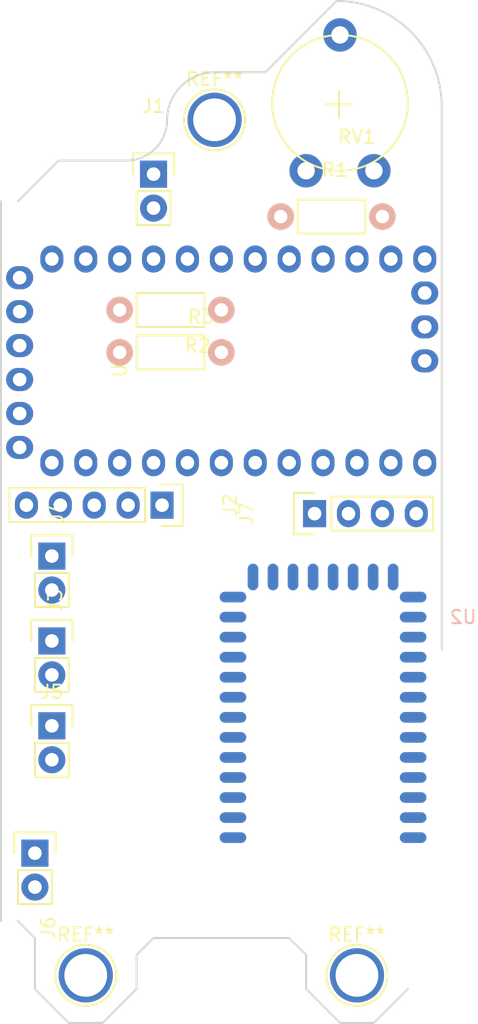
<source format=kicad_pcb>
(kicad_pcb (version 4) (host pcbnew 4.0.5)

  (general
    (links 38)
    (no_connects 38)
    (area 143.434999 82.982999 175.335001 159.587001)
    (thickness 1.6)
    (drawings 46)
    (tracks 0)
    (zones 0)
    (modules 16)
    (nets 16)
  )

  (page A4)
  (layers
    (0 F.Cu signal)
    (31 B.Cu signal)
    (32 B.Adhes user)
    (33 F.Adhes user)
    (34 B.Paste user)
    (35 F.Paste user)
    (36 B.SilkS user)
    (37 F.SilkS user)
    (38 B.Mask user)
    (39 F.Mask user)
    (40 Dwgs.User user hide)
    (41 Cmts.User user)
    (42 Eco1.User user)
    (43 Eco2.User user hide)
    (44 Edge.Cuts user)
    (45 Margin user)
    (46 B.CrtYd user)
    (47 F.CrtYd user)
    (48 B.Fab user)
    (49 F.Fab user)
  )

  (setup
    (last_trace_width 0.45)
    (trace_clearance 0.2)
    (zone_clearance 0.5)
    (zone_45_only no)
    (trace_min 0.2)
    (segment_width 0.2)
    (edge_width 0.15)
    (via_size 1.4)
    (via_drill 1)
    (via_min_size 0.4)
    (via_min_drill 0.3)
    (uvia_size 1.2)
    (uvia_drill 1)
    (uvias_allowed no)
    (uvia_min_size 0.8)
    (uvia_min_drill 0.1)
    (pcb_text_width 0.3)
    (pcb_text_size 1.5 1.5)
    (mod_edge_width 0.15)
    (mod_text_size 1 1)
    (mod_text_width 0.15)
    (pad_size 4.064 4.064)
    (pad_drill 3.2)
    (pad_to_mask_clearance 0.2)
    (aux_axis_origin 143.51 159.512)
    (grid_origin 143.51 159.512)
    (visible_elements FFFFFF7F)
    (pcbplotparams
      (layerselection 0x01000_00000000)
      (usegerberextensions false)
      (excludeedgelayer true)
      (linewidth 0.100000)
      (plotframeref false)
      (viasonmask false)
      (mode 1)
      (useauxorigin true)
      (hpglpennumber 1)
      (hpglpenspeed 20)
      (hpglpendiameter 15)
      (hpglpenoverlay 2)
      (psnegative false)
      (psa4output false)
      (plotreference false)
      (plotvalue false)
      (plotinvisibletext false)
      (padsonsilk false)
      (subtractmaskfromsilk false)
      (outputformat 3)
      (mirror false)
      (drillshape 0)
      (scaleselection 1)
      (outputdirectory ""))
  )

  (net 0 "")
  (net 1 GNDREF)
  (net 2 +3V3)
  (net 3 TX_ARD)
  (net 4 RX_ARD)
  (net 5 +BATT)
  (net 6 BATT_SENS)
  (net 7 RST_ARD)
  (net 8 TX_BT)
  (net 9 RX_BT)
  (net 10 ACCEL_POT)
  (net 11 AT_MODE)
  (net 12 G1)
  (net 13 G2)
  (net 14 G3)
  (net 15 PRESENCE_SENSOR)

  (net_class Default "Questo è il gruppo di collegamenti predefinito"
    (clearance 0.2)
    (trace_width 0.45)
    (via_dia 1.4)
    (via_drill 1)
    (uvia_dia 1.2)
    (uvia_drill 1)
    (add_net ACCEL_POT)
    (add_net AT_MODE)
    (add_net BATT_SENS)
    (add_net G1)
    (add_net G2)
    (add_net G3)
    (add_net PRESENCE_SENSOR)
    (add_net RST_ARD)
    (add_net RX_ARD)
    (add_net RX_BT)
    (add_net TX_ARD)
    (add_net TX_BT)
  )

  (net_class POWER ""
    (clearance 0.2)
    (trace_width 0.5)
    (via_dia 1.4)
    (via_drill 1)
    (uvia_dia 1.2)
    (uvia_drill 1)
    (add_net +3V3)
    (add_net +BATT)
    (add_net GNDREF)
  )

  (module foots:Potenziometro_PIHER_10mm_diametro (layer F.Cu) (tedit 58D547A3) (tstamp 58D5485E)
    (at 165.1 95.758)
    (descr "Potentiometer, Trimmer, Piher, PT15, Type V12.5, horizontal, Rev A, 02 Aug 2010,")
    (tags "Potentiometer, Trimmer, Piher, PT15, Type V12.5, horizontal, Rev A, 02 Aug 2010,")
    (path /58C7E3E4)
    (fp_text reference RV1 (at 3.81 -2.54) (layer F.SilkS)
      (effects (font (size 1 1) (thickness 0.15)))
    )
    (fp_text value POT (at 4.064 -4.064) (layer F.Fab)
      (effects (font (size 1 1) (thickness 0.15)))
    )
    (fp_circle (center 2.54 -5.08) (end 7.62 -5.08) (layer F.SilkS) (width 0.15))
    (fp_line (start 2.46126 -5.96138) (end 2.46126 -3.95986) (layer F.SilkS) (width 0.15))
    (fp_line (start 1.4605 -4.96062) (end 3.46202 -4.96062) (layer F.SilkS) (width 0.15))
    (pad 2 thru_hole circle (at 2.54 -10.16) (size 2.49936 2.49936) (drill 1.30048) (layers *.Cu *.Mask)
      (net 10 ACCEL_POT))
    (pad 3 thru_hole circle (at 5.08 0) (size 2.49936 2.49936) (drill 1.30048) (layers *.Cu *.Mask)
      (net 1 GNDREF))
    (pad 1 thru_hole circle (at 0 0) (size 2.49936 2.49936) (drill 1.30048) (layers *.Cu *.Mask)
      (net 2 +3V3))
  )

  (module foots:HC-05 (layer B.Cu) (tedit 58D781C3) (tstamp 58E790F1)
    (at 166.37 136.652)
    (descr "Class 2 Bluetooth Module with on-board antenna")
    (tags "Bluetooth Module")
    (path /58BE9179)
    (attr smd)
    (fp_text reference U2 (at 10.5 -7.5) (layer B.SilkS)
      (effects (font (size 1 1) (thickness 0.15)) (justify mirror))
    )
    (fp_text value ITEAD_HC-05 (at 3.302 0 90) (layer B.Fab)
      (effects (font (size 1 1) (thickness 0.15)) (justify mirror))
    )
    (fp_line (start -8.25 -12) (end 8.25 -12) (layer B.CrtYd) (width 0.15))
    (fp_line (start 8.25 -12) (end 8.25 15) (layer B.CrtYd) (width 0.15))
    (fp_line (start 8.25 15) (end -8.25 15) (layer B.CrtYd) (width 0.15))
    (fp_line (start -8.25 15) (end -8.25 -12) (layer B.CrtYd) (width 0.15))
    (fp_text user "Antenna Area" (at 0 12.75) (layer Cmts.User)
      (effects (font (size 1 1) (thickness 0.15)))
    )
    (pad 26 smd oval (at 6.75 -3) (size 2 0.8) (layers B.Cu B.Paste B.Mask))
    (pad 27 smd oval (at 6.75 -1.5) (size 2 0.8) (layers B.Cu B.Paste B.Mask))
    (pad 28 smd oval (at 6.75 0) (size 2 0.8) (layers B.Cu B.Paste B.Mask))
    (pad 29 smd oval (at 6.75 1.5) (size 2 0.8) (layers B.Cu B.Paste B.Mask))
    (pad 30 smd oval (at 6.75 3) (size 2 0.8) (layers B.Cu B.Paste B.Mask))
    (pad 31 smd oval (at 6.75 4.5) (size 2 0.8) (layers B.Cu B.Paste B.Mask))
    (pad 32 smd oval (at 6.75 6) (size 2 0.8) (layers B.Cu B.Paste B.Mask))
    (pad 33 smd oval (at 6.75 7.5) (size 2 0.8) (layers B.Cu B.Paste B.Mask))
    (pad 34 smd oval (at 6.75 9) (size 2 0.8) (layers B.Cu B.Paste B.Mask)
      (net 11 AT_MODE))
    (pad 25 smd oval (at 6.75 -4.5) (size 2 0.8) (layers B.Cu B.Paste B.Mask))
    (pad 1 smd oval (at -6.75 9) (size 2 0.8) (layers B.Cu B.Paste B.Mask)
      (net 8 TX_BT))
    (pad 2 smd oval (at -6.75 7.5) (size 2 0.8) (layers B.Cu B.Paste B.Mask)
      (net 9 RX_BT))
    (pad 3 smd oval (at -6.75 6) (size 2 0.8) (layers B.Cu B.Paste B.Mask))
    (pad 4 smd oval (at -6.75 4.5) (size 2 0.8) (layers B.Cu B.Paste B.Mask))
    (pad 5 smd oval (at -6.75 3) (size 2 0.8) (layers B.Cu B.Paste B.Mask))
    (pad 6 smd oval (at -6.75 1.5) (size 2 0.8) (layers B.Cu B.Paste B.Mask))
    (pad 7 smd oval (at -6.75 0) (size 2 0.8) (layers B.Cu B.Paste B.Mask))
    (pad 8 smd oval (at -6.75 -1.5) (size 2 0.8) (layers B.Cu B.Paste B.Mask))
    (pad 9 smd oval (at -6.75 -3) (size 2 0.8) (layers B.Cu B.Paste B.Mask))
    (pad 10 smd oval (at -6.75 -4.5) (size 2 0.8) (layers B.Cu B.Paste B.Mask))
    (pad 11 smd oval (at -6.75 -6) (size 2 0.8) (layers B.Cu B.Paste B.Mask))
    (pad 12 smd oval (at -6.75 -7.5) (size 2 0.8) (layers B.Cu B.Paste B.Mask)
      (net 2 +3V3))
    (pad 13 smd oval (at -6.75 -9) (size 2 0.8) (layers B.Cu B.Paste B.Mask)
      (net 1 GNDREF))
    (pad 14 smd oval (at -5.25 -10.5 270) (size 2 0.8) (layers B.Cu B.Paste B.Mask))
    (pad 15 smd oval (at -3.75 -10.5 90) (size 2 0.8) (layers B.Cu B.Paste B.Mask))
    (pad 16 smd oval (at -2.25 -10.5 90) (size 2 0.8) (layers B.Cu B.Paste B.Mask))
    (pad 17 smd oval (at -0.75 -10.5 90) (size 2 0.8) (layers B.Cu B.Paste B.Mask))
    (pad 18 smd oval (at 0.75 -10.5 90) (size 2 0.8) (layers B.Cu B.Paste B.Mask))
    (pad 19 smd oval (at 2.25 -10.5 90) (size 2 0.8) (layers B.Cu B.Paste B.Mask))
    (pad 20 smd oval (at 3.75 -10.5 90) (size 2 0.8) (layers B.Cu B.Paste B.Mask))
    (pad 21 smd oval (at 5.25 -10.5 90) (size 2 0.8) (layers B.Cu B.Paste B.Mask)
      (net 1 GNDREF))
    (pad 22 smd oval (at 6.75 -9) (size 2 0.8) (layers B.Cu B.Paste B.Mask)
      (net 1 GNDREF))
    (pad 23 smd oval (at 6.75 -7.5) (size 2 0.8) (layers B.Cu B.Paste B.Mask))
    (pad 24 smd oval (at 6.75 -6) (size 2 0.8) (layers B.Cu B.Paste B.Mask))
  )

  (module Resistors_THT:Resistor_Horizontal_RM7mm (layer F.Cu) (tedit 58D5478A) (tstamp 58D54846)
    (at 151.13 109.347)
    (descr "Resistor, Axial,  RM 7.62mm, 1/3W,")
    (tags "Resistor Axial RM 7.62mm 1/3W R3")
    (path /58D53574)
    (fp_text reference R2 (at 5.842 -0.508) (layer F.SilkS)
      (effects (font (size 1 1) (thickness 0.15)))
    )
    (fp_text value 2k7 (at 3.81 3.81) (layer F.Fab)
      (effects (font (size 1 1) (thickness 0.15)))
    )
    (fp_line (start -1.25 -1.5) (end 8.85 -1.5) (layer F.CrtYd) (width 0.05))
    (fp_line (start -1.25 1.5) (end -1.25 -1.5) (layer F.CrtYd) (width 0.05))
    (fp_line (start 8.85 -1.5) (end 8.85 1.5) (layer F.CrtYd) (width 0.05))
    (fp_line (start -1.25 1.5) (end 8.85 1.5) (layer F.CrtYd) (width 0.05))
    (fp_line (start 1.27 -1.27) (end 6.35 -1.27) (layer F.SilkS) (width 0.15))
    (fp_line (start 6.35 -1.27) (end 6.35 1.27) (layer F.SilkS) (width 0.15))
    (fp_line (start 6.35 1.27) (end 1.27 1.27) (layer F.SilkS) (width 0.15))
    (fp_line (start 1.27 1.27) (end 1.27 -1.27) (layer F.SilkS) (width 0.15))
    (pad 1 thru_hole circle (at 0 0) (size 1.99898 1.99898) (drill 1.00076) (layers *.Cu *.SilkS *.Mask)
      (net 5 +BATT))
    (pad 2 thru_hole circle (at 7.62 0) (size 1.99898 1.99898) (drill 1.00076) (layers *.Cu *.SilkS *.Mask)
      (net 6 BATT_SENS))
  )

  (module Resistors_THT:Resistor_Horizontal_RM7mm (layer F.Cu) (tedit 58D5478D) (tstamp 58D54854)
    (at 158.75 106.172 180)
    (descr "Resistor, Axial,  RM 7.62mm, 1/3W,")
    (tags "Resistor Axial RM 7.62mm 1/3W R3")
    (path /58D535C0)
    (fp_text reference R3 (at 1.524 -0.508 180) (layer F.SilkS)
      (effects (font (size 1 1) (thickness 0.15)))
    )
    (fp_text value 1k (at 3.81 3.81 180) (layer F.Fab)
      (effects (font (size 1 1) (thickness 0.15)))
    )
    (fp_line (start -1.25 -1.5) (end 8.85 -1.5) (layer F.CrtYd) (width 0.05))
    (fp_line (start -1.25 1.5) (end -1.25 -1.5) (layer F.CrtYd) (width 0.05))
    (fp_line (start 8.85 -1.5) (end 8.85 1.5) (layer F.CrtYd) (width 0.05))
    (fp_line (start -1.25 1.5) (end 8.85 1.5) (layer F.CrtYd) (width 0.05))
    (fp_line (start 1.27 -1.27) (end 6.35 -1.27) (layer F.SilkS) (width 0.15))
    (fp_line (start 6.35 -1.27) (end 6.35 1.27) (layer F.SilkS) (width 0.15))
    (fp_line (start 6.35 1.27) (end 1.27 1.27) (layer F.SilkS) (width 0.15))
    (fp_line (start 1.27 1.27) (end 1.27 -1.27) (layer F.SilkS) (width 0.15))
    (pad 1 thru_hole circle (at 0 0 180) (size 1.99898 1.99898) (drill 1.00076) (layers *.Cu *.SilkS *.Mask)
      (net 6 BATT_SENS))
    (pad 2 thru_hole circle (at 7.62 0 180) (size 1.99898 1.99898) (drill 1.00076) (layers *.Cu *.SilkS *.Mask)
      (net 1 GNDREF))
  )

  (module foots:Arduino_PRO_MINI (layer F.Cu) (tedit 58D54796) (tstamp 58D54883)
    (at 143.51 109.982 90)
    (descr "Through hole pin header")
    (tags "pin header")
    (path /58BE9155)
    (fp_text reference U1 (at -0.254 7.62 90) (layer F.SilkS)
      (effects (font (size 1 1) (thickness 0.15)))
    )
    (fp_text value ARDUINO_PRO_MINI (at -0.254 15.748 180) (layer F.Fab)
      (effects (font (size 1 1) (thickness 0.15)))
    )
    (pad 33 thru_hole oval (at -6.477 0.127 180) (size 2.032 1.7272) (drill 1.016) (layers *.Cu *.Mask))
    (pad 32 thru_hole oval (at -3.937 0.127 180) (size 2.032 1.7272) (drill 1.016) (layers *.Cu *.Mask)
      (net 3 TX_ARD))
    (pad 31 thru_hole oval (at -1.397 0.127 180) (size 2.032 1.7272) (drill 1.016) (layers *.Cu *.Mask)
      (net 4 RX_ARD))
    (pad 30 thru_hole oval (at 1.143 0.127 180) (size 2.032 1.7272) (drill 1.016) (layers *.Cu *.Mask)
      (net 2 +3V3))
    (pad 29 thru_hole oval (at 3.683 0.127 180) (size 2.032 1.7272) (drill 1.016) (layers *.Cu *.Mask)
      (net 1 GNDREF))
    (pad 28 thru_hole oval (at 6.223 0.127 180) (size 2.032 1.7272) (drill 1.016) (layers *.Cu *.Mask)
      (net 1 GNDREF))
    (pad 15 thru_hole oval (at 5.08 30.48 180) (size 2.032 1.7272) (drill 1.016) (layers *.Cu *.Mask))
    (pad 14 thru_hole oval (at 2.54 30.48 180) (size 2.032 1.7272) (drill 1.016) (layers *.Cu *.Mask))
    (pad 13 thru_hole oval (at 0 30.48 180) (size 2.032 1.7272) (drill 1.016) (layers *.Cu *.Mask))
    (pad 16 thru_hole oval (at 7.62 30.48 90) (size 2.032 1.7272) (drill 1.016) (layers *.Cu *.Mask))
    (pad 17 thru_hole oval (at 7.62 27.94 90) (size 2.032 1.7272) (drill 1.016) (layers *.Cu *.Mask))
    (pad 18 thru_hole oval (at 7.62 25.4 90) (size 2.032 1.7272) (drill 1.016) (layers *.Cu *.Mask))
    (pad 19 thru_hole oval (at 7.62 22.86 90) (size 2.032 1.7272) (drill 1.016) (layers *.Cu *.Mask))
    (pad 20 thru_hole oval (at 7.62 20.32 90) (size 2.032 1.7272) (drill 1.016) (layers *.Cu *.Mask)
      (net 15 PRESENCE_SENSOR))
    (pad 21 thru_hole oval (at 7.62 17.78 90) (size 2.032 1.7272) (drill 1.016) (layers *.Cu *.Mask)
      (net 11 AT_MODE))
    (pad 22 thru_hole oval (at 7.62 15.24 90) (size 2.032 1.7272) (drill 1.016) (layers *.Cu *.Mask)
      (net 6 BATT_SENS))
    (pad 23 thru_hole oval (at 7.62 12.7 90) (size 2.032 1.7272) (drill 1.016) (layers *.Cu *.Mask)
      (net 10 ACCEL_POT))
    (pad 24 thru_hole oval (at 7.62 10.16 90) (size 2.032 1.7272) (drill 1.016) (layers *.Cu *.Mask)
      (net 2 +3V3))
    (pad 25 thru_hole oval (at 7.62 7.62 90) (size 2.032 1.7272) (drill 1.016) (layers *.Cu *.Mask))
    (pad 26 thru_hole oval (at 7.62 5.08 90) (size 2.032 1.7272) (drill 1.016) (layers *.Cu *.Mask)
      (net 1 GNDREF))
    (pad 27 thru_hole oval (at 7.62 2.54 90) (size 2.032 1.7272) (drill 1.016) (layers *.Cu *.Mask)
      (net 5 +BATT))
    (pad 1 thru_hole oval (at -7.62 2.54 90) (size 2.032 1.7272) (drill 1.016) (layers *.Cu *.Mask)
      (net 3 TX_ARD))
    (pad 2 thru_hole oval (at -7.62 5.08 90) (size 2.032 1.7272) (drill 1.016) (layers *.Cu *.Mask)
      (net 4 RX_ARD))
    (pad 3 thru_hole oval (at -7.62 7.62 90) (size 2.032 1.7272) (drill 1.016) (layers *.Cu *.Mask)
      (net 7 RST_ARD))
    (pad 4 thru_hole oval (at -7.62 10.16 90) (size 2.032 1.7272) (drill 1.016) (layers *.Cu *.Mask))
    (pad 5 thru_hole oval (at -7.62 12.7 90) (size 2.032 1.7272) (drill 1.016) (layers *.Cu *.Mask))
    (pad 6 thru_hole oval (at -7.62 15.24 90) (size 2.032 1.7272) (drill 1.016) (layers *.Cu *.Mask))
    (pad 7 thru_hole oval (at -7.62 17.78 90) (size 2.032 1.7272) (drill 1.016) (layers *.Cu *.Mask))
    (pad 8 thru_hole oval (at -7.62 20.32 90) (size 2.032 1.7272) (drill 1.016) (layers *.Cu *.Mask))
    (pad 9 thru_hole oval (at -7.62 22.86 90) (size 2.032 1.7272) (drill 1.016) (layers *.Cu *.Mask))
    (pad 10 thru_hole oval (at -7.62 25.4 90) (size 2.032 1.7272) (drill 1.016) (layers *.Cu *.Mask)
      (net 14 G3))
    (pad 11 thru_hole oval (at -7.62 27.94 90) (size 2.032 1.7272) (drill 1.016) (layers *.Cu *.Mask)
      (net 13 G2))
    (pad 12 thru_hole oval (at -7.62 30.48 90) (size 2.032 1.7272) (drill 1.016) (layers *.Cu *.Mask)
      (net 12 G1))
    (model Pin_Headers.3dshapes/Pin_Header_Angled_1x12.wrl
      (at (xyz 0 -0.55 0))
      (scale (xyz 1 1 1))
      (rotate (xyz 0 0 90))
    )
  )

  (module Pin_Headers:Pin_Header_Straight_1x02 (layer F.Cu) (tedit 58D83080) (tstamp 58D547E4)
    (at 146.05 124.587)
    (descr "Through hole pin header")
    (tags "pin header")
    (path /58C7DDF9)
    (fp_text reference J4 (at 0.381 -3.302 90) (layer F.SilkS)
      (effects (font (size 1 1) (thickness 0.15)))
    )
    (fp_text value TX_JMP (at -1.016 -4.572 90) (layer F.Fab)
      (effects (font (size 1 1) (thickness 0.15)))
    )
    (fp_line (start 1.27 1.27) (end 1.27 3.81) (layer F.SilkS) (width 0.15))
    (fp_line (start 1.55 -1.55) (end 1.55 0) (layer F.SilkS) (width 0.15))
    (fp_line (start -1.75 -1.75) (end -1.75 4.3) (layer F.CrtYd) (width 0.05))
    (fp_line (start 1.75 -1.75) (end 1.75 4.3) (layer F.CrtYd) (width 0.05))
    (fp_line (start -1.75 -1.75) (end 1.75 -1.75) (layer F.CrtYd) (width 0.05))
    (fp_line (start -1.75 4.3) (end 1.75 4.3) (layer F.CrtYd) (width 0.05))
    (fp_line (start 1.27 1.27) (end -1.27 1.27) (layer F.SilkS) (width 0.15))
    (fp_line (start -1.55 0) (end -1.55 -1.55) (layer F.SilkS) (width 0.15))
    (fp_line (start -1.55 -1.55) (end 1.55 -1.55) (layer F.SilkS) (width 0.15))
    (fp_line (start -1.27 1.27) (end -1.27 3.81) (layer F.SilkS) (width 0.15))
    (fp_line (start -1.27 3.81) (end 1.27 3.81) (layer F.SilkS) (width 0.15))
    (pad 1 thru_hole rect (at 0 0) (size 2.032 2.032) (drill 1.016) (layers *.Cu *.Mask)
      (net 3 TX_ARD))
    (pad 2 thru_hole oval (at 0 2.54) (size 2.032 2.032) (drill 1.016) (layers *.Cu *.Mask)
      (net 9 RX_BT))
    (model Pin_Headers.3dshapes/Pin_Header_Straight_1x02.wrl
      (at (xyz 0 -0.05 0))
      (scale (xyz 1 1 1))
      (rotate (xyz 0 0 90))
    )
  )

  (module Pin_Headers:Pin_Header_Straight_1x02 (layer F.Cu) (tedit 58D83094) (tstamp 58D547C1)
    (at 146.05 130.937)
    (descr "Through hole pin header")
    (tags "pin header")
    (path /58C7DD3F)
    (fp_text reference J3 (at 0.254 -3.048 90) (layer F.SilkS)
      (effects (font (size 1 1) (thickness 0.15)))
    )
    (fp_text value RX_JMP (at -1.016 -4.699 90) (layer F.Fab)
      (effects (font (size 1 1) (thickness 0.15)))
    )
    (fp_line (start 1.27 1.27) (end 1.27 3.81) (layer F.SilkS) (width 0.15))
    (fp_line (start 1.55 -1.55) (end 1.55 0) (layer F.SilkS) (width 0.15))
    (fp_line (start -1.75 -1.75) (end -1.75 4.3) (layer F.CrtYd) (width 0.05))
    (fp_line (start 1.75 -1.75) (end 1.75 4.3) (layer F.CrtYd) (width 0.05))
    (fp_line (start -1.75 -1.75) (end 1.75 -1.75) (layer F.CrtYd) (width 0.05))
    (fp_line (start -1.75 4.3) (end 1.75 4.3) (layer F.CrtYd) (width 0.05))
    (fp_line (start 1.27 1.27) (end -1.27 1.27) (layer F.SilkS) (width 0.15))
    (fp_line (start -1.55 0) (end -1.55 -1.55) (layer F.SilkS) (width 0.15))
    (fp_line (start -1.55 -1.55) (end 1.55 -1.55) (layer F.SilkS) (width 0.15))
    (fp_line (start -1.27 1.27) (end -1.27 3.81) (layer F.SilkS) (width 0.15))
    (fp_line (start -1.27 3.81) (end 1.27 3.81) (layer F.SilkS) (width 0.15))
    (pad 1 thru_hole rect (at 0 0) (size 2.032 2.032) (drill 1.016) (layers *.Cu *.Mask)
      (net 4 RX_ARD))
    (pad 2 thru_hole oval (at 0 2.54) (size 2.032 2.032) (drill 1.016) (layers *.Cu *.Mask)
      (net 8 TX_BT))
    (model Pin_Headers.3dshapes/Pin_Header_Straight_1x02.wrl
      (at (xyz 0 -0.05 0))
      (scale (xyz 1 1 1))
      (rotate (xyz 0 0 90))
    )
  )

  (module Pin_Headers:Pin_Header_Straight_1x02 (layer F.Cu) (tedit 58D82F92) (tstamp 58E2881A)
    (at 153.67 96.012)
    (descr "Through hole pin header")
    (tags "pin header")
    (path /58C7EEA4)
    (fp_text reference J1 (at 0 -5.1) (layer F.SilkS)
      (effects (font (size 1 1) (thickness 0.15)))
    )
    (fp_text value PRESENCE_SENS (at -2.54 2.286 270) (layer F.Fab)
      (effects (font (size 1 1) (thickness 0.15)))
    )
    (fp_line (start 1.27 1.27) (end 1.27 3.81) (layer F.SilkS) (width 0.15))
    (fp_line (start 1.55 -1.55) (end 1.55 0) (layer F.SilkS) (width 0.15))
    (fp_line (start -1.75 -1.75) (end -1.75 4.3) (layer F.CrtYd) (width 0.05))
    (fp_line (start 1.75 -1.75) (end 1.75 4.3) (layer F.CrtYd) (width 0.05))
    (fp_line (start -1.75 -1.75) (end 1.75 -1.75) (layer F.CrtYd) (width 0.05))
    (fp_line (start -1.75 4.3) (end 1.75 4.3) (layer F.CrtYd) (width 0.05))
    (fp_line (start 1.27 1.27) (end -1.27 1.27) (layer F.SilkS) (width 0.15))
    (fp_line (start -1.55 0) (end -1.55 -1.55) (layer F.SilkS) (width 0.15))
    (fp_line (start -1.55 -1.55) (end 1.55 -1.55) (layer F.SilkS) (width 0.15))
    (fp_line (start -1.27 1.27) (end -1.27 3.81) (layer F.SilkS) (width 0.15))
    (fp_line (start -1.27 3.81) (end 1.27 3.81) (layer F.SilkS) (width 0.15))
    (pad 1 thru_hole rect (at 0 0) (size 2.032 2.032) (drill 1.016) (layers *.Cu *.Mask)
      (net 15 PRESENCE_SENSOR))
    (pad 2 thru_hole oval (at 0 2.54) (size 2.032 2.032) (drill 1.016) (layers *.Cu *.Mask)
      (net 2 +3V3))
    (model Pin_Headers.3dshapes/Pin_Header_Straight_1x02.wrl
      (at (xyz 0 -0.05 0))
      (scale (xyz 1 1 1))
      (rotate (xyz 0 0 90))
    )
  )

  (module Pin_Headers:Pin_Header_Straight_1x05 (layer F.Cu) (tedit 58D82F8D) (tstamp 58E2882A)
    (at 154.305 120.777 270)
    (descr "Through hole pin header")
    (tags "pin header")
    (path /58C7E0D6)
    (fp_text reference J2 (at 0 -5.1 270) (layer F.SilkS)
      (effects (font (size 1 1) (thickness 0.15)))
    )
    (fp_text value PROG_CONN (at 2.54 5.969 360) (layer F.Fab)
      (effects (font (size 1 1) (thickness 0.15)))
    )
    (fp_line (start -1.55 0) (end -1.55 -1.55) (layer F.SilkS) (width 0.15))
    (fp_line (start -1.55 -1.55) (end 1.55 -1.55) (layer F.SilkS) (width 0.15))
    (fp_line (start 1.55 -1.55) (end 1.55 0) (layer F.SilkS) (width 0.15))
    (fp_line (start -1.75 -1.75) (end -1.75 11.95) (layer F.CrtYd) (width 0.05))
    (fp_line (start 1.75 -1.75) (end 1.75 11.95) (layer F.CrtYd) (width 0.05))
    (fp_line (start -1.75 -1.75) (end 1.75 -1.75) (layer F.CrtYd) (width 0.05))
    (fp_line (start -1.75 11.95) (end 1.75 11.95) (layer F.CrtYd) (width 0.05))
    (fp_line (start 1.27 1.27) (end 1.27 11.43) (layer F.SilkS) (width 0.15))
    (fp_line (start 1.27 11.43) (end -1.27 11.43) (layer F.SilkS) (width 0.15))
    (fp_line (start -1.27 11.43) (end -1.27 1.27) (layer F.SilkS) (width 0.15))
    (fp_line (start 1.27 1.27) (end -1.27 1.27) (layer F.SilkS) (width 0.15))
    (pad 1 thru_hole rect (at 0 0 270) (size 2.032 1.7272) (drill 1.016) (layers *.Cu *.Mask)
      (net 1 GNDREF))
    (pad 2 thru_hole oval (at 0 2.54 270) (size 2.032 1.7272) (drill 1.016) (layers *.Cu *.Mask)
      (net 7 RST_ARD))
    (pad 3 thru_hole oval (at 0 5.08 270) (size 2.032 1.7272) (drill 1.016) (layers *.Cu *.Mask)
      (net 4 RX_ARD))
    (pad 4 thru_hole oval (at 0 7.62 270) (size 2.032 1.7272) (drill 1.016) (layers *.Cu *.Mask)
      (net 3 TX_ARD))
    (pad 5 thru_hole oval (at 0 10.16 270) (size 2.032 1.7272) (drill 1.016) (layers *.Cu *.Mask)
      (net 2 +3V3))
    (model Pin_Headers.3dshapes/Pin_Header_Straight_1x05.wrl
      (at (xyz 0 -0.2 0))
      (scale (xyz 1 1 1))
      (rotate (xyz 0 0 90))
    )
  )

  (module Pin_Headers:Pin_Header_Straight_1x02 (layer F.Cu) (tedit 58E0B968) (tstamp 58E2883D)
    (at 146.05 137.287)
    (descr "Through hole pin header")
    (tags "pin header")
    (path /58D527F7)
    (fp_text reference J5 (at 0 -2.54) (layer F.SilkS)
      (effects (font (size 1 1) (thickness 0.15)))
    )
    (fp_text value AT_MODE_JUMP (at -2.54 1.905 90) (layer F.Fab)
      (effects (font (size 1 1) (thickness 0.15)))
    )
    (fp_line (start 1.27 1.27) (end 1.27 3.81) (layer F.SilkS) (width 0.15))
    (fp_line (start 1.55 -1.55) (end 1.55 0) (layer F.SilkS) (width 0.15))
    (fp_line (start -1.75 -1.75) (end -1.75 4.3) (layer F.CrtYd) (width 0.05))
    (fp_line (start 1.75 -1.75) (end 1.75 4.3) (layer F.CrtYd) (width 0.05))
    (fp_line (start -1.75 -1.75) (end 1.75 -1.75) (layer F.CrtYd) (width 0.05))
    (fp_line (start -1.75 4.3) (end 1.75 4.3) (layer F.CrtYd) (width 0.05))
    (fp_line (start 1.27 1.27) (end -1.27 1.27) (layer F.SilkS) (width 0.15))
    (fp_line (start -1.55 0) (end -1.55 -1.55) (layer F.SilkS) (width 0.15))
    (fp_line (start -1.55 -1.55) (end 1.55 -1.55) (layer F.SilkS) (width 0.15))
    (fp_line (start -1.27 1.27) (end -1.27 3.81) (layer F.SilkS) (width 0.15))
    (fp_line (start -1.27 3.81) (end 1.27 3.81) (layer F.SilkS) (width 0.15))
    (pad 1 thru_hole rect (at 0 0) (size 2.032 2.032) (drill 1.016) (layers *.Cu *.Mask)
      (net 2 +3V3))
    (pad 2 thru_hole oval (at 0 2.54) (size 2.032 2.032) (drill 1.016) (layers *.Cu *.Mask)
      (net 11 AT_MODE))
    (model Pin_Headers.3dshapes/Pin_Header_Straight_1x02.wrl
      (at (xyz 0 -0.05 0))
      (scale (xyz 1 1 1))
      (rotate (xyz 0 0 90))
    )
  )

  (module Pin_Headers:Pin_Header_Straight_1x02 (layer F.Cu) (tedit 58E0B96A) (tstamp 58E2884D)
    (at 144.78 146.812)
    (descr "Through hole pin header")
    (tags "pin header")
    (path /58D52C85)
    (fp_text reference J6 (at 1.016 5.588 90) (layer F.SilkS)
      (effects (font (size 1 1) (thickness 0.15)))
    )
    (fp_text value BATT_CONN (at 2.54 1.27 90) (layer F.Fab)
      (effects (font (size 1 1) (thickness 0.15)))
    )
    (fp_line (start 1.27 1.27) (end 1.27 3.81) (layer F.SilkS) (width 0.15))
    (fp_line (start 1.55 -1.55) (end 1.55 0) (layer F.SilkS) (width 0.15))
    (fp_line (start -1.75 -1.75) (end -1.75 4.3) (layer F.CrtYd) (width 0.05))
    (fp_line (start 1.75 -1.75) (end 1.75 4.3) (layer F.CrtYd) (width 0.05))
    (fp_line (start -1.75 -1.75) (end 1.75 -1.75) (layer F.CrtYd) (width 0.05))
    (fp_line (start -1.75 4.3) (end 1.75 4.3) (layer F.CrtYd) (width 0.05))
    (fp_line (start 1.27 1.27) (end -1.27 1.27) (layer F.SilkS) (width 0.15))
    (fp_line (start -1.55 0) (end -1.55 -1.55) (layer F.SilkS) (width 0.15))
    (fp_line (start -1.55 -1.55) (end 1.55 -1.55) (layer F.SilkS) (width 0.15))
    (fp_line (start -1.27 1.27) (end -1.27 3.81) (layer F.SilkS) (width 0.15))
    (fp_line (start -1.27 3.81) (end 1.27 3.81) (layer F.SilkS) (width 0.15))
    (pad 1 thru_hole rect (at 0 0) (size 2.032 2.032) (drill 1.016) (layers *.Cu *.Mask)
      (net 5 +BATT))
    (pad 2 thru_hole oval (at 0 2.54) (size 2.032 2.032) (drill 1.016) (layers *.Cu *.Mask)
      (net 1 GNDREF))
    (model Pin_Headers.3dshapes/Pin_Header_Straight_1x02.wrl
      (at (xyz 0 -0.05 0))
      (scale (xyz 1 1 1))
      (rotate (xyz 0 0 90))
    )
  )

  (module Pin_Headers:Pin_Header_Straight_1x04 (layer F.Cu) (tedit 58D8329C) (tstamp 58E2885D)
    (at 165.735 121.412 90)
    (descr "Through hole pin header")
    (tags "pin header")
    (path /58D58255)
    (fp_text reference J7 (at 0 -5.1 90) (layer F.SilkS)
      (effects (font (size 1 1) (thickness 0.15)))
    )
    (fp_text value GENERIC (at -2.667 6.223 180) (layer F.Fab)
      (effects (font (size 1 1) (thickness 0.15)))
    )
    (fp_line (start -1.75 -1.75) (end -1.75 9.4) (layer F.CrtYd) (width 0.05))
    (fp_line (start 1.75 -1.75) (end 1.75 9.4) (layer F.CrtYd) (width 0.05))
    (fp_line (start -1.75 -1.75) (end 1.75 -1.75) (layer F.CrtYd) (width 0.05))
    (fp_line (start -1.75 9.4) (end 1.75 9.4) (layer F.CrtYd) (width 0.05))
    (fp_line (start -1.27 1.27) (end -1.27 8.89) (layer F.SilkS) (width 0.15))
    (fp_line (start 1.27 1.27) (end 1.27 8.89) (layer F.SilkS) (width 0.15))
    (fp_line (start 1.55 -1.55) (end 1.55 0) (layer F.SilkS) (width 0.15))
    (fp_line (start -1.27 8.89) (end 1.27 8.89) (layer F.SilkS) (width 0.15))
    (fp_line (start 1.27 1.27) (end -1.27 1.27) (layer F.SilkS) (width 0.15))
    (fp_line (start -1.55 0) (end -1.55 -1.55) (layer F.SilkS) (width 0.15))
    (fp_line (start -1.55 -1.55) (end 1.55 -1.55) (layer F.SilkS) (width 0.15))
    (pad 1 thru_hole rect (at 0 0 90) (size 2.032 1.7272) (drill 1.016) (layers *.Cu *.Mask)
      (net 1 GNDREF))
    (pad 2 thru_hole oval (at 0 2.54 90) (size 2.032 1.7272) (drill 1.016) (layers *.Cu *.Mask)
      (net 14 G3))
    (pad 3 thru_hole oval (at 0 5.08 90) (size 2.032 1.7272) (drill 1.016) (layers *.Cu *.Mask)
      (net 13 G2))
    (pad 4 thru_hole oval (at 0 7.62 90) (size 2.032 1.7272) (drill 1.016) (layers *.Cu *.Mask)
      (net 12 G1))
    (model Pin_Headers.3dshapes/Pin_Header_Straight_1x04.wrl
      (at (xyz 0 -0.15 0))
      (scale (xyz 1 1 1))
      (rotate (xyz 0 0 90))
    )
  )

  (module Connect:1pin (layer F.Cu) (tedit 58DAC81C) (tstamp 58DE3DA8)
    (at 158.242 91.948)
    (descr "module 1 pin (ou trou mecanique de percage)")
    (tags DEV)
    (fp_text reference REF** (at 0 -3.048) (layer F.SilkS)
      (effects (font (size 1 1) (thickness 0.15)))
    )
    (fp_text value 1pin (at 0 2.794) (layer F.Fab)
      (effects (font (size 1 1) (thickness 0.15)))
    )
    (fp_circle (center 0 0) (end 0 -2.286) (layer F.SilkS) (width 0.15))
    (pad 1 thru_hole circle (at 0 0) (size 4.064 4.064) (drill 3.2) (layers *.Cu *.Mask))
  )

  (module Connect:1pin (layer F.Cu) (tedit 58DAC854) (tstamp 58DE3DCC)
    (at 148.59 155.956)
    (descr "module 1 pin (ou trou mecanique de percage)")
    (tags DEV)
    (fp_text reference REF** (at 0 -3.048) (layer F.SilkS)
      (effects (font (size 1 1) (thickness 0.15)))
    )
    (fp_text value 1pin (at 0 2.794) (layer F.Fab)
      (effects (font (size 1 1) (thickness 0.15)))
    )
    (fp_circle (center 0 0) (end 0 -2.286) (layer F.SilkS) (width 0.15))
    (pad 1 thru_hole circle (at 0 0) (size 4.064 4.064) (drill 3.2) (layers *.Cu *.Mask))
  )

  (module Connect:1pin (layer F.Cu) (tedit 58DAC859) (tstamp 58DE3DD7)
    (at 168.91 155.956)
    (descr "module 1 pin (ou trou mecanique de percage)")
    (tags DEV)
    (fp_text reference REF** (at 0 -3.048) (layer F.SilkS)
      (effects (font (size 1 1) (thickness 0.15)))
    )
    (fp_text value 1pin (at 0 2.794) (layer F.Fab)
      (effects (font (size 1 1) (thickness 0.15)))
    )
    (fp_circle (center 0 0) (end 0 -2.286) (layer F.SilkS) (width 0.15))
    (pad 1 thru_hole circle (at 0 0) (size 4.064 4.064) (drill 3.2) (layers *.Cu *.Mask))
  )

  (module Resistors_THT:Resistor_Horizontal_RM7mm (layer F.Cu) (tedit 569FCF07) (tstamp 58E0B868)
    (at 163.195 99.187)
    (descr "Resistor, Axial,  RM 7.62mm, 1/3W,")
    (tags "Resistor Axial RM 7.62mm 1/3W R3")
    (path /58E0B656)
    (fp_text reference R1 (at 4.05892 -3.50012) (layer F.SilkS)
      (effects (font (size 1 1) (thickness 0.15)))
    )
    (fp_text value R (at 3.81 3.81) (layer F.Fab)
      (effects (font (size 1 1) (thickness 0.15)))
    )
    (fp_line (start -1.25 -1.5) (end 8.85 -1.5) (layer F.CrtYd) (width 0.05))
    (fp_line (start -1.25 1.5) (end -1.25 -1.5) (layer F.CrtYd) (width 0.05))
    (fp_line (start 8.85 -1.5) (end 8.85 1.5) (layer F.CrtYd) (width 0.05))
    (fp_line (start -1.25 1.5) (end 8.85 1.5) (layer F.CrtYd) (width 0.05))
    (fp_line (start 1.27 -1.27) (end 6.35 -1.27) (layer F.SilkS) (width 0.15))
    (fp_line (start 6.35 -1.27) (end 6.35 1.27) (layer F.SilkS) (width 0.15))
    (fp_line (start 6.35 1.27) (end 1.27 1.27) (layer F.SilkS) (width 0.15))
    (fp_line (start 1.27 1.27) (end 1.27 -1.27) (layer F.SilkS) (width 0.15))
    (pad 1 thru_hole circle (at 0 0) (size 1.99898 1.99898) (drill 1.00076) (layers *.Cu *.SilkS *.Mask)
      (net 15 PRESENCE_SENSOR))
    (pad 2 thru_hole circle (at 7.62 0) (size 1.99898 1.99898) (drill 1.00076) (layers *.Cu *.SilkS *.Mask)
      (net 1 GNDREF))
  )

  (dimension 69 (width 0.3) (layer Eco2.User)
    (gr_text "69,000 mm" (at 191.86 125.012 90) (layer Eco2.User)
      (effects (font (size 1.5 1.5) (thickness 0.3)))
    )
    (feature1 (pts (xy 170.51 90.512) (xy 193.21 90.512)))
    (feature2 (pts (xy 170.51 159.512) (xy 193.21 159.512)))
    (crossbar (pts (xy 190.51 159.512) (xy 190.51 90.512)))
    (arrow1a (pts (xy 190.51 90.512) (xy 191.096421 91.638504)))
    (arrow1b (pts (xy 190.51 90.512) (xy 189.923579 91.638504)))
    (arrow2a (pts (xy 190.51 159.512) (xy 191.096421 158.385496)))
    (arrow2b (pts (xy 190.51 159.512) (xy 189.923579 158.385496)))
  )
  (dimension 24 (width 0.3) (layer Eco2.User)
    (gr_text "24,000 mm" (at 155.51 74.162001) (layer Eco2.User)
      (effects (font (size 1.5 1.5) (thickness 0.3)))
    )
    (feature1 (pts (xy 143.51 90.512) (xy 143.51 72.812001)))
    (feature2 (pts (xy 167.51 90.512) (xy 167.51 72.812001)))
    (crossbar (pts (xy 167.51 75.512001) (xy 143.51 75.512001)))
    (arrow1a (pts (xy 143.51 75.512001) (xy 144.636504 74.92558)))
    (arrow1b (pts (xy 143.51 75.512001) (xy 144.636504 76.098422)))
    (arrow2a (pts (xy 167.51 75.512001) (xy 166.383496 74.92558)))
    (arrow2b (pts (xy 167.51 75.512001) (xy 166.383496 76.098422)))
  )
  (gr_line (start 142.51 78.512) (end 163.51 78.512) (angle 90) (layer Dwgs.User) (width 0.2))
  (gr_line (start 142.51 160.512) (end 142.51 78.512) (angle 90) (layer Dwgs.User) (width 0.2))
  (gr_line (start 176.51 91.512) (end 163.51 78.512) (angle 90) (layer Dwgs.User) (width 0.2))
  (gr_line (start 176.51 160.512) (end 176.51 91.512) (angle 90) (layer Dwgs.User) (width 0.2))
  (gr_line (start 173.51 160.512) (end 176.51 160.512) (angle 90) (layer Dwgs.User) (width 0.2))
  (gr_line (start 142.51 160.512) (end 173.51 160.512) (angle 90) (layer Dwgs.User) (width 0.2))
  (gr_circle (center 167.513 90.805) (end 167.513 103.251) (layer Dwgs.User) (width 0.2))
  (dimension 3.556 (width 0.3) (layer Eco2.User)
    (gr_text "3,556 mm" (at 138.35 157.734 270) (layer Eco2.User)
      (effects (font (size 1.5 1.5) (thickness 0.3)))
    )
    (feature1 (pts (xy 148.59 159.512) (xy 137 159.512)))
    (feature2 (pts (xy 148.59 155.956) (xy 137 155.956)))
    (crossbar (pts (xy 139.7 155.956) (xy 139.7 159.512)))
    (arrow1a (pts (xy 139.7 159.512) (xy 139.113579 158.385496)))
    (arrow1b (pts (xy 139.7 159.512) (xy 140.286421 158.385496)))
    (arrow2a (pts (xy 139.7 155.956) (xy 139.113579 157.082504)))
    (arrow2b (pts (xy 139.7 155.956) (xy 140.286421 157.082504)))
  )
  (dimension 5.08 (width 0.3) (layer Eco2.User)
    (gr_text "5,080 mm" (at 146.05 165.942) (layer Eco2.User)
      (effects (font (size 1.5 1.5) (thickness 0.3)))
    )
    (feature1 (pts (xy 143.51 156.21) (xy 143.51 167.292)))
    (feature2 (pts (xy 148.59 156.21) (xy 148.59 167.292)))
    (crossbar (pts (xy 148.59 164.592) (xy 143.51 164.592)))
    (arrow1a (pts (xy 143.51 164.592) (xy 144.636504 164.005579)))
    (arrow1b (pts (xy 143.51 164.592) (xy 144.636504 165.178421)))
    (arrow2a (pts (xy 148.59 164.592) (xy 147.463496 164.005579)))
    (arrow2b (pts (xy 148.59 164.592) (xy 147.463496 165.178421)))
  )
  (dimension 31.751016 (width 0.3) (layer Eco2.User)
    (gr_text "31,751 mm" (at 159.682406 62.011112 359.5416435) (layer Eco2.User)
      (effects (font (size 1.5 1.5) (thickness 0.3)))
    )
    (feature1 (pts (xy 143.51 99.06) (xy 143.818206 60.534155)))
    (feature2 (pts (xy 175.26 99.314) (xy 175.568206 60.788155)))
    (crossbar (pts (xy 175.546607 63.488069) (xy 143.796607 63.234069)))
    (arrow1a (pts (xy 143.796607 63.234069) (xy 144.927766 62.656679)))
    (arrow1b (pts (xy 143.796607 63.234069) (xy 144.918383 63.829483)))
    (arrow2a (pts (xy 175.546607 63.488069) (xy 174.424831 62.892655)))
    (arrow2b (pts (xy 175.546607 63.488069) (xy 174.415448 64.065459)))
  )
  (dimension 76.708 (width 0.3) (layer Eco2.User)
    (gr_text "76,708 mm" (at 198.708 121.412 90) (layer Eco2.User)
      (effects (font (size 1.5 1.5) (thickness 0.3)))
    )
    (feature1 (pts (xy 170.18 83.058) (xy 200.058 83.058)))
    (feature2 (pts (xy 170.18 159.766) (xy 200.058 159.766)))
    (crossbar (pts (xy 197.358 159.766) (xy 197.358 83.058)))
    (arrow1a (pts (xy 197.358 83.058) (xy 197.944421 84.184504)))
    (arrow1b (pts (xy 197.358 83.058) (xy 196.771579 84.184504)))
    (arrow2a (pts (xy 197.358 159.766) (xy 197.944421 158.639496)))
    (arrow2b (pts (xy 197.358 159.766) (xy 196.771579 158.639496)))
  )
  (dimension 9.652 (width 0.3) (layer Eco2.User)
    (gr_text "9,652 mm" (at 153.416 82.216) (layer Eco2.User)
      (effects (font (size 1.5 1.5) (thickness 0.3)))
    )
    (feature1 (pts (xy 148.59 91.948) (xy 148.59 80.866)))
    (feature2 (pts (xy 158.242 91.948) (xy 158.242 80.866)))
    (crossbar (pts (xy 158.242 83.566) (xy 148.59 83.566)))
    (arrow1a (pts (xy 148.59 83.566) (xy 149.716504 82.979579)))
    (arrow1b (pts (xy 148.59 83.566) (xy 149.716504 84.152421)))
    (arrow2a (pts (xy 158.242 83.566) (xy 157.115496 82.979579)))
    (arrow2b (pts (xy 158.242 83.566) (xy 157.115496 84.152421)))
  )
  (gr_line (start 148.59 156.21) (end 148.59 91.948) (angle 90) (layer Eco2.User) (width 0.2))
  (dimension 64.008 (width 0.3) (layer Eco2.User)
    (gr_text "64,008 mm" (at 185.246 123.952 270) (layer Eco2.User)
      (effects (font (size 1.5 1.5) (thickness 0.3)))
    )
    (feature1 (pts (xy 158.242 155.956) (xy 186.596 155.956)))
    (feature2 (pts (xy 158.242 91.948) (xy 186.596 91.948)))
    (crossbar (pts (xy 183.896 91.948) (xy 183.896 155.956)))
    (arrow1a (pts (xy 183.896 155.956) (xy 183.309579 154.829496)))
    (arrow1b (pts (xy 183.896 155.956) (xy 184.482421 154.829496)))
    (arrow2a (pts (xy 183.896 91.948) (xy 183.309579 93.074504)))
    (arrow2b (pts (xy 183.896 91.948) (xy 184.482421 93.074504)))
  )
  (dimension 20.32 (width 0.3) (layer Eco2.User)
    (gr_text "20,320 mm" (at 158.75 165.942) (layer Eco2.User)
      (effects (font (size 1.5 1.5) (thickness 0.3)))
    )
    (feature1 (pts (xy 148.59 155.956) (xy 148.59 167.292)))
    (feature2 (pts (xy 168.91 155.956) (xy 168.91 167.292)))
    (crossbar (pts (xy 168.91 164.592) (xy 148.59 164.592)))
    (arrow1a (pts (xy 148.59 164.592) (xy 149.716504 164.005579)))
    (arrow1b (pts (xy 148.59 164.592) (xy 149.716504 165.178421)))
    (arrow2a (pts (xy 168.91 164.592) (xy 167.783496 164.005579)))
    (arrow2b (pts (xy 168.91 164.592) (xy 167.783496 165.178421)))
  )
  (gr_line (start 151.638 94.996) (end 146.558 94.996) (angle 90) (layer Edge.Cuts) (width 0.15))
  (gr_line (start 143.51 98.044) (end 146.558 94.996) (angle 90) (layer Edge.Cuts) (width 0.15))
  (gr_line (start 142.24 151.892) (end 142.24 98.044) (angle 90) (layer Edge.Cuts) (width 0.15))
  (gr_arc (start 151.638 91.948) (end 154.686 91.948) (angle 90) (layer Edge.Cuts) (width 0.15))
  (gr_line (start 161.29 88.392) (end 158.242 88.392) (angle 90) (layer Edge.Cuts) (width 0.15))
  (gr_arc (start 158.242 91.948) (end 154.686 91.948) (angle 90) (layer Edge.Cuts) (width 0.15))
  (gr_line (start 167.386 83.058) (end 162.052 88.392) (angle 90) (layer Edge.Cuts) (width 0.15))
  (gr_line (start 162.052 88.392) (end 161.29 88.392) (angle 90) (layer Edge.Cuts) (width 0.15))
  (gr_arc (start 167.386 90.932) (end 167.386 83.058) (angle 90) (layer Edge.Cuts) (width 0.15))
  (gr_line (start 157.226 92.964) (end 159.258 90.932) (angle 90) (layer Eco1.User) (width 0.2))
  (gr_line (start 159.258 92.964) (end 157.226 90.932) (angle 90) (layer Eco1.User) (width 0.2))
  (gr_line (start 147.574 156.972) (end 149.606 154.94) (angle 90) (layer Eco1.User) (width 0.2))
  (gr_line (start 149.606 156.972) (end 147.574 154.94) (angle 90) (layer Eco1.User) (width 0.2))
  (gr_line (start 167.894 156.972) (end 169.926 154.94) (angle 90) (layer Eco1.User) (width 0.2))
  (gr_line (start 167.894 154.94) (end 169.926 156.972) (angle 90) (layer Eco1.User) (width 0.2))
  (gr_line (start 175.26 131.572) (end 175.26 90.932) (angle 90) (layer Edge.Cuts) (width 0.15))
  (gr_line (start 170.18 159.512) (end 172.72 156.972) (angle 90) (layer Edge.Cuts) (width 0.15))
  (gr_line (start 167.64 159.512) (end 170.18 159.512) (angle 90) (layer Edge.Cuts) (width 0.15))
  (gr_line (start 165.1 156.972) (end 167.64 159.512) (angle 90) (layer Edge.Cuts) (width 0.15))
  (gr_line (start 165.1 154.432) (end 165.1 156.972) (angle 90) (layer Edge.Cuts) (width 0.15))
  (gr_line (start 163.83 153.162) (end 165.1 154.432) (angle 90) (layer Edge.Cuts) (width 0.15))
  (gr_line (start 153.67 153.162) (end 163.83 153.162) (angle 90) (layer Edge.Cuts) (width 0.15))
  (gr_line (start 152.4 154.432) (end 153.67 153.162) (angle 90) (layer Edge.Cuts) (width 0.15))
  (gr_line (start 152.4 156.972) (end 152.4 154.432) (angle 90) (layer Edge.Cuts) (width 0.15))
  (gr_line (start 149.86 159.512) (end 152.4 156.972) (angle 90) (layer Edge.Cuts) (width 0.15))
  (gr_line (start 147.32 159.512) (end 149.86 159.512) (angle 90) (layer Edge.Cuts) (width 0.15))
  (gr_line (start 144.78 156.972) (end 147.32 159.512) (angle 90) (layer Edge.Cuts) (width 0.15))
  (gr_line (start 144.78 153.162) (end 144.78 156.972) (angle 90) (layer Edge.Cuts) (width 0.15))
  (gr_line (start 143.51 151.892) (end 144.78 153.162) (angle 90) (layer Edge.Cuts) (width 0.15))

)

</source>
